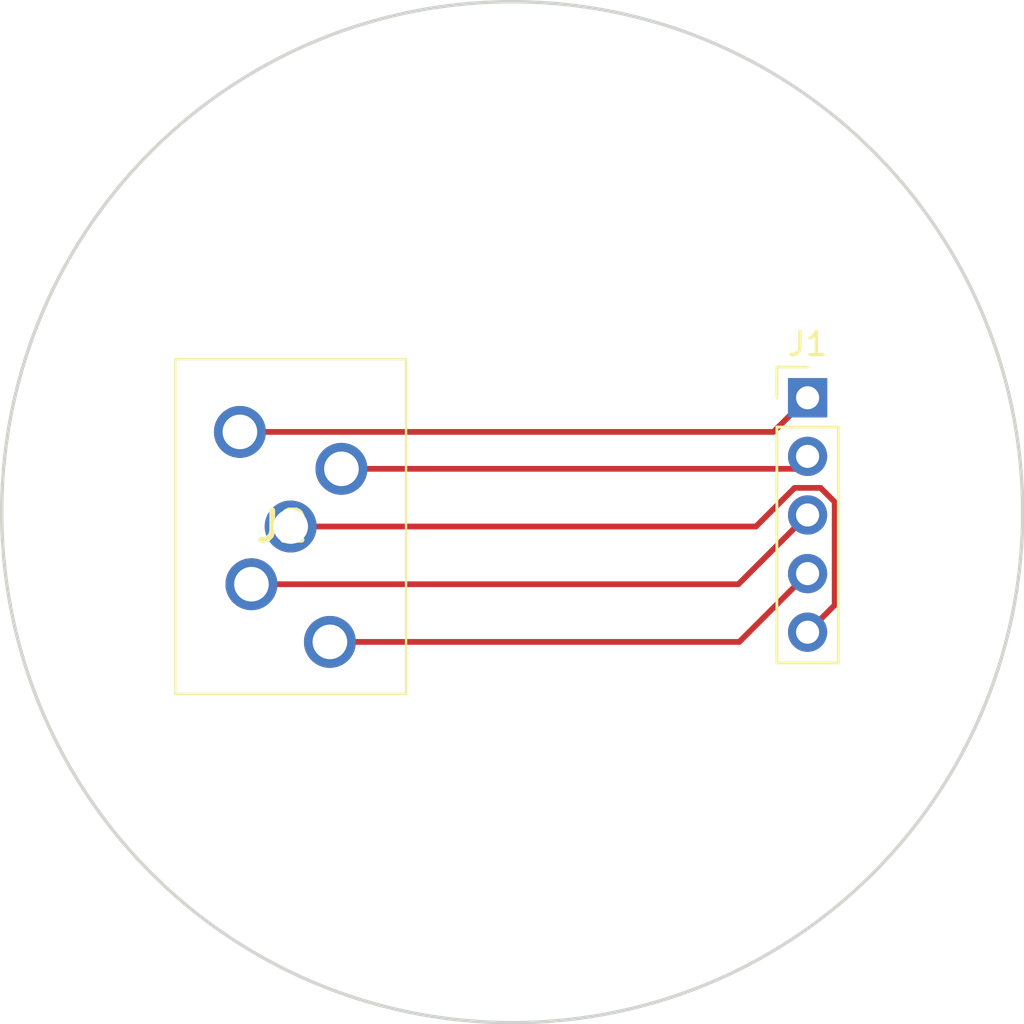
<source format=kicad_pcb>
(kicad_pcb (version 20171130) (host pcbnew "(5.1.8-0-10_14)")

  (general
    (thickness 1.6)
    (drawings 1)
    (tracks 14)
    (zones 0)
    (modules 2)
    (nets 6)
  )

  (page A4)
  (layers
    (0 F.Cu signal)
    (31 B.Cu signal)
    (32 B.Adhes user)
    (33 F.Adhes user)
    (34 B.Paste user)
    (35 F.Paste user)
    (36 B.SilkS user)
    (37 F.SilkS user)
    (38 B.Mask user)
    (39 F.Mask user)
    (40 Dwgs.User user)
    (41 Cmts.User user)
    (42 Eco1.User user)
    (43 Eco2.User user)
    (44 Edge.Cuts user)
    (45 Margin user)
    (46 B.CrtYd user)
    (47 F.CrtYd user)
    (48 B.Fab user)
    (49 F.Fab user)
  )

  (setup
    (last_trace_width 0.25)
    (trace_clearance 0.2)
    (zone_clearance 0.508)
    (zone_45_only no)
    (trace_min 0.2)
    (via_size 0.8)
    (via_drill 0.4)
    (via_min_size 0.4)
    (via_min_drill 0.3)
    (uvia_size 0.3)
    (uvia_drill 0.1)
    (uvias_allowed no)
    (uvia_min_size 0.2)
    (uvia_min_drill 0.1)
    (edge_width 0.05)
    (segment_width 0.2)
    (pcb_text_width 0.3)
    (pcb_text_size 1.5 1.5)
    (mod_edge_width 0.12)
    (mod_text_size 1 1)
    (mod_text_width 0.15)
    (pad_size 1.524 1.524)
    (pad_drill 0.762)
    (pad_to_mask_clearance 0)
    (aux_axis_origin 0 0)
    (visible_elements FFFFFF7F)
    (pcbplotparams
      (layerselection 0x010fc_ffffffff)
      (usegerberextensions false)
      (usegerberattributes true)
      (usegerberadvancedattributes true)
      (creategerberjobfile true)
      (excludeedgelayer true)
      (linewidth 0.100000)
      (plotframeref false)
      (viasonmask false)
      (mode 1)
      (useauxorigin false)
      (hpglpennumber 1)
      (hpglpenspeed 20)
      (hpglpendiameter 15.000000)
      (psnegative false)
      (psa4output false)
      (plotreference true)
      (plotvalue true)
      (plotinvisibletext false)
      (padsonsilk false)
      (subtractmaskfromsilk false)
      (outputformat 1)
      (mirror false)
      (drillshape 1)
      (scaleselection 1)
      (outputdirectory ""))
  )

  (net 0 "")
  (net 1 "Net-(J1-Pad5)")
  (net 2 "Net-(J1-Pad4)")
  (net 3 "Net-(J1-Pad3)")
  (net 4 "Net-(J1-Pad2)")
  (net 5 "Net-(J1-Pad1)")

  (net_class Default "This is the default net class."
    (clearance 0.2)
    (trace_width 0.25)
    (via_dia 0.8)
    (via_drill 0.4)
    (uvia_dia 0.3)
    (uvia_drill 0.1)
    (add_net "Net-(J1-Pad1)")
    (add_net "Net-(J1-Pad2)")
    (add_net "Net-(J1-Pad3)")
    (add_net "Net-(J1-Pad4)")
    (add_net "Net-(J1-Pad5)")
  )

  (module My_Audio_Connector:STX36805NB (layer F.Cu) (tedit 60412AB1) (tstamp 61605DD7)
    (at 141.100001 79.800001)
    (descr STX-3680-5NB-1)
    (tags Connector)
    (path /6160B3EB)
    (fp_text reference J2 (at 1.825 4.1) (layer F.SilkS)
      (effects (font (size 1.27 1.27) (thickness 0.254)))
    )
    (fp_text value STX-3680-5NB (at 1.825 4.1) (layer F.SilkS) hide
      (effects (font (size 1.27 1.27) (thickness 0.254)))
    )
    (fp_line (start -4.55 -4.15) (end -4.55 12.35) (layer F.CrtYd) (width 0.1))
    (fp_line (start 8.2 -4.15) (end -4.55 -4.15) (layer F.CrtYd) (width 0.1))
    (fp_line (start 8.2 12.35) (end 8.2 -4.15) (layer F.CrtYd) (width 0.1))
    (fp_line (start -4.55 12.35) (end 8.2 12.35) (layer F.CrtYd) (width 0.1))
    (fp_line (start -2.8 -3.15) (end -2.8 11.35) (layer F.SilkS) (width 0.1))
    (fp_line (start 7.2 -3.15) (end -2.8 -3.15) (layer F.SilkS) (width 0.1))
    (fp_line (start 7.2 11.35) (end 7.2 -3.15) (layer F.SilkS) (width 0.1))
    (fp_line (start -2.8 11.35) (end 7.2 11.35) (layer F.SilkS) (width 0.1))
    (fp_line (start -2.8 11.35) (end -2.8 -3.15) (layer F.Fab) (width 0.2))
    (fp_line (start 7.2 11.35) (end -2.8 11.35) (layer F.Fab) (width 0.2))
    (fp_line (start 7.2 -3.15) (end 7.2 11.35) (layer F.Fab) (width 0.2))
    (fp_line (start -2.8 -3.15) (end 7.2 -3.15) (layer F.Fab) (width 0.2))
    (fp_text user %R (at 1.825 4.1) (layer F.Fab)
      (effects (font (size 1.27 1.27) (thickness 0.254)))
    )
    (pad S thru_hole circle (at 2.2 4.1) (size 2.25 2.25) (drill 1.5) (layers *.Cu *.Mask)
      (net 1 "Net-(J1-Pad5)"))
    (pad T thru_hole circle (at 3.9 9.1) (size 2.25 2.25) (drill 1.5) (layers *.Cu *.Mask)
      (net 2 "Net-(J1-Pad4)"))
    (pad TN thru_hole circle (at 0.5 6.6) (size 2.25 2.25) (drill 1.5) (layers *.Cu *.Mask)
      (net 3 "Net-(J1-Pad3)"))
    (pad RN thru_hole circle (at 4.4 1.6 90) (size 2.25 2.25) (drill 1.5) (layers *.Cu *.Mask)
      (net 4 "Net-(J1-Pad2)"))
    (pad R thru_hole circle (at 0 0) (size 2.25 2.25) (drill 1.5) (layers *.Cu *.Mask)
      (net 5 "Net-(J1-Pad1)"))
    (model ${KICAD_USER_3DMOD}/KLST_CORE.3dshapes/Kycon_STX-3680-5NB_rA3.wrl
      (offset (xyz 2.3 -4.1 0.5))
      (scale (xyz 0.393700787 0.393700787 0.393700787))
      (rotate (xyz 0 0 180))
    )
  )

  (module Connector_PinHeader_2.54mm:PinHeader_1x05_P2.54mm_Vertical (layer F.Cu) (tedit 59FED5CC) (tstamp 61605DC1)
    (at 165.7 78.32)
    (descr "Through hole straight pin header, 1x05, 2.54mm pitch, single row")
    (tags "Through hole pin header THT 1x05 2.54mm single row")
    (path /61609CFD)
    (fp_text reference J1 (at 0 -2.33) (layer F.SilkS)
      (effects (font (size 1 1) (thickness 0.15)))
    )
    (fp_text value Conn_01x05 (at 0 12.49) (layer F.Fab)
      (effects (font (size 1 1) (thickness 0.15)))
    )
    (fp_line (start 1.8 -1.8) (end -1.8 -1.8) (layer F.CrtYd) (width 0.05))
    (fp_line (start 1.8 11.95) (end 1.8 -1.8) (layer F.CrtYd) (width 0.05))
    (fp_line (start -1.8 11.95) (end 1.8 11.95) (layer F.CrtYd) (width 0.05))
    (fp_line (start -1.8 -1.8) (end -1.8 11.95) (layer F.CrtYd) (width 0.05))
    (fp_line (start -1.33 -1.33) (end 0 -1.33) (layer F.SilkS) (width 0.12))
    (fp_line (start -1.33 0) (end -1.33 -1.33) (layer F.SilkS) (width 0.12))
    (fp_line (start -1.33 1.27) (end 1.33 1.27) (layer F.SilkS) (width 0.12))
    (fp_line (start 1.33 1.27) (end 1.33 11.49) (layer F.SilkS) (width 0.12))
    (fp_line (start -1.33 1.27) (end -1.33 11.49) (layer F.SilkS) (width 0.12))
    (fp_line (start -1.33 11.49) (end 1.33 11.49) (layer F.SilkS) (width 0.12))
    (fp_line (start -1.27 -0.635) (end -0.635 -1.27) (layer F.Fab) (width 0.1))
    (fp_line (start -1.27 11.43) (end -1.27 -0.635) (layer F.Fab) (width 0.1))
    (fp_line (start 1.27 11.43) (end -1.27 11.43) (layer F.Fab) (width 0.1))
    (fp_line (start 1.27 -1.27) (end 1.27 11.43) (layer F.Fab) (width 0.1))
    (fp_line (start -0.635 -1.27) (end 1.27 -1.27) (layer F.Fab) (width 0.1))
    (fp_text user %R (at 0 5.08 90) (layer F.Fab)
      (effects (font (size 1 1) (thickness 0.15)))
    )
    (pad 5 thru_hole oval (at 0 10.16) (size 1.7 1.7) (drill 1) (layers *.Cu *.Mask)
      (net 1 "Net-(J1-Pad5)"))
    (pad 4 thru_hole oval (at 0 7.62) (size 1.7 1.7) (drill 1) (layers *.Cu *.Mask)
      (net 2 "Net-(J1-Pad4)"))
    (pad 3 thru_hole oval (at 0 5.08) (size 1.7 1.7) (drill 1) (layers *.Cu *.Mask)
      (net 3 "Net-(J1-Pad3)"))
    (pad 2 thru_hole oval (at 0 2.54) (size 1.7 1.7) (drill 1) (layers *.Cu *.Mask)
      (net 4 "Net-(J1-Pad2)"))
    (pad 1 thru_hole rect (at 0 0) (size 1.7 1.7) (drill 1) (layers *.Cu *.Mask)
      (net 5 "Net-(J1-Pad1)"))
    (model ${KISYS3DMOD}/Connector_PinHeader_2.54mm.3dshapes/PinHeader_1x05_P2.54mm_Vertical.wrl
      (at (xyz 0 0 0))
      (scale (xyz 1 1 1))
      (rotate (xyz 0 0 0))
    )
  )

  (gr_circle (center 152.9 83.279421) (end 175.020579 83.279421) (layer Edge.Cuts) (width 0.15))

  (segment (start 143.300001 83.900001) (end 163.460997 83.900001) (width 0.25) (layer F.Cu) (net 1))
  (segment (start 163.460997 83.900001) (end 165.135999 82.224999) (width 0.25) (layer F.Cu) (net 1))
  (segment (start 165.135999 82.224999) (end 166.264001 82.224999) (width 0.25) (layer F.Cu) (net 1))
  (segment (start 166.264001 82.224999) (end 166.875001 82.835999) (width 0.25) (layer F.Cu) (net 1))
  (segment (start 166.875001 82.835999) (end 166.875001 87.304999) (width 0.25) (layer F.Cu) (net 1))
  (segment (start 166.875001 87.304999) (end 165.7 88.48) (width 0.25) (layer F.Cu) (net 1))
  (segment (start 145.000001 88.900001) (end 162.739999 88.900001) (width 0.25) (layer F.Cu) (net 2))
  (segment (start 162.739999 88.900001) (end 165.7 85.94) (width 0.25) (layer F.Cu) (net 2))
  (segment (start 162.699999 86.400001) (end 165.7 83.4) (width 0.25) (layer F.Cu) (net 3))
  (segment (start 141.600001 86.400001) (end 162.699999 86.400001) (width 0.25) (layer F.Cu) (net 3))
  (segment (start 165.159999 81.400001) (end 165.7 80.86) (width 0.25) (layer F.Cu) (net 4))
  (segment (start 145.500001 81.400001) (end 165.159999 81.400001) (width 0.25) (layer F.Cu) (net 4))
  (segment (start 164.219999 79.800001) (end 165.7 78.32) (width 0.25) (layer F.Cu) (net 5))
  (segment (start 141.100001 79.800001) (end 164.219999 79.800001) (width 0.25) (layer F.Cu) (net 5))

)

</source>
